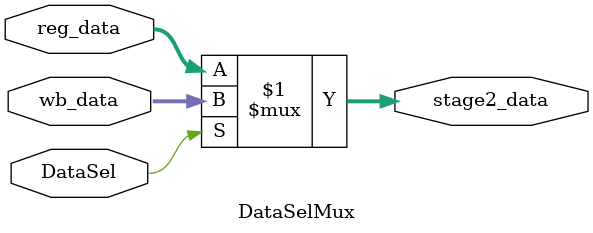
<source format=v>

module DataSelMux (
	input [31:0] wb_data,
	input [31:0] reg_data,
	input DataSel,
	output [31:0] stage2_data
);

assign stage2_data = (DataSel)? wb_data : reg_data;

endmodule
</source>
